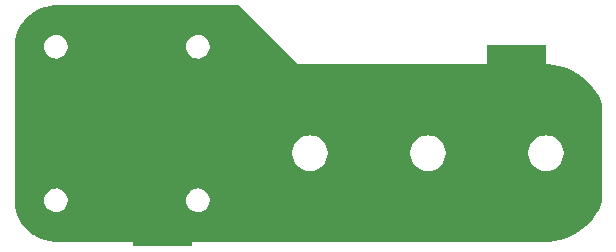
<source format=gbr>
%TF.GenerationSoftware,KiCad,Pcbnew,9.0.4*%
%TF.CreationDate,2025-09-03T20:12:05-03:00*%
%TF.ProjectId,Buildplate_v1.0,4275696c-6470-46c6-9174-655f76312e30,rev?*%
%TF.SameCoordinates,Original*%
%TF.FileFunction,Legend,Bot*%
%TF.FilePolarity,Positive*%
%FSLAX46Y46*%
G04 Gerber Fmt 4.6, Leading zero omitted, Abs format (unit mm)*
G04 Created by KiCad (PCBNEW 9.0.4) date 2025-09-03 20:12:05*
%MOMM*%
%LPD*%
G01*
G04 APERTURE LIST*
G04 APERTURE END LIST*
G36*
X-40996632Y82496632D02*
G01*
X-35999999Y77500000D01*
X-20000001Y77500000D01*
X-20000000Y77500001D01*
X-20000000Y79118500D01*
X-19996632Y79126632D01*
X-19988500Y79130000D01*
X-15011500Y79130000D01*
X-15003368Y79126632D01*
X-15000000Y79118500D01*
X-15000000Y77500000D01*
X-14999999Y77499999D01*
X-14782239Y77497624D01*
X-14781362Y77497581D01*
X-14347558Y77459628D01*
X-14346563Y77459497D01*
X-13917780Y77383892D01*
X-13916801Y77383675D01*
X-13496237Y77270985D01*
X-13495280Y77270683D01*
X-13086152Y77121773D01*
X-13085225Y77121390D01*
X-12690605Y76937376D01*
X-12689715Y76936912D01*
X-12312656Y76719216D01*
X-12311810Y76718677D01*
X-11955160Y76468948D01*
X-11954364Y76468338D01*
X-11620825Y76188466D01*
X-11620085Y76187788D01*
X-11312211Y75879914D01*
X-11311533Y75879174D01*
X-11031661Y75545635D01*
X-11031051Y75544839D01*
X-10781322Y75188189D01*
X-10780783Y75187343D01*
X-10563087Y74810284D01*
X-10562623Y74809394D01*
X-10378609Y74414774D01*
X-10378226Y74413847D01*
X-10280694Y74145877D01*
X-10280000Y74141944D01*
X-10280000Y65858054D01*
X-10280694Y65854121D01*
X-10378226Y65586152D01*
X-10378609Y65585225D01*
X-10562623Y65190605D01*
X-10563087Y65189715D01*
X-10780783Y64812656D01*
X-10781322Y64811810D01*
X-11031051Y64455160D01*
X-11031661Y64454364D01*
X-11311533Y64120825D01*
X-11312211Y64120085D01*
X-11620085Y63812211D01*
X-11620825Y63811533D01*
X-11954364Y63531661D01*
X-11955160Y63531051D01*
X-12311810Y63281322D01*
X-12312656Y63280783D01*
X-12689715Y63063087D01*
X-12690605Y63062623D01*
X-13085225Y62878609D01*
X-13086152Y62878226D01*
X-13495280Y62729316D01*
X-13496237Y62729014D01*
X-13916801Y62616324D01*
X-13917780Y62616107D01*
X-14346563Y62540502D01*
X-14347558Y62540371D01*
X-14781362Y62502418D01*
X-14782239Y62502375D01*
X-14999908Y62500001D01*
X-15000033Y62500000D01*
X-44999999Y62500000D01*
X-45000000Y62499999D01*
X-45000000Y62141500D01*
X-45003368Y62133368D01*
X-45011500Y62130000D01*
X-49988500Y62130000D01*
X-49996632Y62133368D01*
X-50000000Y62141500D01*
X-50000000Y62499999D01*
X-50000001Y62500000D01*
X-56499934Y62500000D01*
X-56500079Y62500001D01*
X-56682775Y62502309D01*
X-56683832Y62502371D01*
X-57047306Y62540573D01*
X-57048495Y62540761D01*
X-57405923Y62616735D01*
X-57407086Y62617047D01*
X-57754604Y62729962D01*
X-57755727Y62730393D01*
X-58089546Y62879019D01*
X-58090619Y62879566D01*
X-58407061Y63062264D01*
X-58408071Y63062919D01*
X-58703702Y63277707D01*
X-58704637Y63278465D01*
X-58976182Y63522966D01*
X-58977033Y63523817D01*
X-59221534Y63795362D01*
X-59222292Y63796297D01*
X-59437080Y64091928D01*
X-59437735Y64092938D01*
X-59620433Y64409380D01*
X-59620980Y64410453D01*
X-59769606Y64744272D01*
X-59770037Y64745395D01*
X-59882952Y65092913D01*
X-59883264Y65094076D01*
X-59959238Y65451504D01*
X-59959426Y65452693D01*
X-59997628Y65816167D01*
X-59997690Y65817224D01*
X-59999999Y65999920D01*
X-60000000Y66000000D01*
X-57502579Y66000000D01*
X-57502579Y65999999D01*
X-57482056Y65798185D01*
X-57421325Y65604625D01*
X-57322880Y65427260D01*
X-57190741Y65273337D01*
X-57030332Y65149171D01*
X-57030327Y65149168D01*
X-56848201Y65059830D01*
X-56848197Y65059828D01*
X-56651818Y65008983D01*
X-56651812Y65008982D01*
X-56449219Y64998707D01*
X-56449217Y64998707D01*
X-56248708Y65029425D01*
X-56248694Y65029429D01*
X-56058472Y65099878D01*
X-56058468Y65099880D01*
X-55886317Y65207183D01*
X-55739286Y65346946D01*
X-55623399Y65513446D01*
X-55623397Y65513450D01*
X-55543401Y65699862D01*
X-55502565Y65898574D01*
X-55500000Y65999987D01*
X-55500000Y66000000D01*
X-45502579Y66000000D01*
X-45502579Y65999999D01*
X-45482056Y65798185D01*
X-45421325Y65604625D01*
X-45322880Y65427260D01*
X-45190741Y65273337D01*
X-45030332Y65149171D01*
X-45030327Y65149168D01*
X-44848201Y65059830D01*
X-44848197Y65059828D01*
X-44651818Y65008983D01*
X-44651812Y65008982D01*
X-44449219Y64998707D01*
X-44449217Y64998707D01*
X-44248708Y65029425D01*
X-44248694Y65029429D01*
X-44058472Y65099878D01*
X-44058468Y65099880D01*
X-43886317Y65207183D01*
X-43739286Y65346946D01*
X-43623399Y65513446D01*
X-43623397Y65513450D01*
X-43543401Y65699862D01*
X-43502565Y65898574D01*
X-43500000Y65999987D01*
X-43500000Y66000012D01*
X-43502565Y66101425D01*
X-43543401Y66300137D01*
X-43623397Y66486549D01*
X-43623399Y66486553D01*
X-43739286Y66653053D01*
X-43886317Y66792816D01*
X-44058468Y66900119D01*
X-44058472Y66900121D01*
X-44248694Y66970570D01*
X-44248708Y66970574D01*
X-44449218Y67001292D01*
X-44651812Y66991017D01*
X-44651818Y66991016D01*
X-44848197Y66940171D01*
X-44848201Y66940169D01*
X-45030327Y66850831D01*
X-45030332Y66850828D01*
X-45190741Y66726662D01*
X-45322880Y66572739D01*
X-45421325Y66395374D01*
X-45482056Y66201814D01*
X-45502579Y66000000D01*
X-55500000Y66000000D01*
X-55500000Y66000012D01*
X-55502565Y66101425D01*
X-55543401Y66300137D01*
X-55623397Y66486549D01*
X-55623399Y66486553D01*
X-55739286Y66653053D01*
X-55886317Y66792816D01*
X-56058468Y66900119D01*
X-56058472Y66900121D01*
X-56248694Y66970570D01*
X-56248708Y66970574D01*
X-56449218Y67001292D01*
X-56651812Y66991017D01*
X-56651818Y66991016D01*
X-56848197Y66940171D01*
X-56848201Y66940169D01*
X-57030327Y66850831D01*
X-57030332Y66850828D01*
X-57190741Y66726662D01*
X-57322880Y66572739D01*
X-57421325Y66395374D01*
X-57482056Y66201814D01*
X-57502579Y66000000D01*
X-60000000Y66000000D01*
X-60000000Y66000065D01*
X-60000000Y70124079D01*
X-36497438Y70124079D01*
X-36497438Y69875920D01*
X-36456593Y69631150D01*
X-36456591Y69631140D01*
X-36376014Y69396426D01*
X-36376010Y69396418D01*
X-36257905Y69178176D01*
X-36257902Y69178173D01*
X-36105478Y68982338D01*
X-35922897Y68814260D01*
X-35715152Y68678532D01*
X-35715143Y68678528D01*
X-35487891Y68578845D01*
X-35487881Y68578842D01*
X-35247320Y68517924D01*
X-35000000Y68497430D01*
X-34752679Y68517924D01*
X-34512118Y68578842D01*
X-34512108Y68578845D01*
X-34284856Y68678528D01*
X-34284847Y68678532D01*
X-34077102Y68814260D01*
X-33894521Y68982338D01*
X-33742097Y69178173D01*
X-33742094Y69178176D01*
X-33623989Y69396418D01*
X-33623985Y69396426D01*
X-33543408Y69631140D01*
X-33543406Y69631150D01*
X-33502563Y69875910D01*
X-33502562Y69875916D01*
X-33500000Y70000000D01*
X-33502562Y70124079D01*
X-26497438Y70124079D01*
X-26497438Y69875920D01*
X-26456593Y69631150D01*
X-26456591Y69631140D01*
X-26376014Y69396426D01*
X-26376010Y69396418D01*
X-26257905Y69178176D01*
X-26257902Y69178173D01*
X-26105478Y68982338D01*
X-25922897Y68814260D01*
X-25715152Y68678532D01*
X-25715143Y68678528D01*
X-25487891Y68578845D01*
X-25487881Y68578842D01*
X-25247320Y68517924D01*
X-25000000Y68497430D01*
X-24752679Y68517924D01*
X-24512118Y68578842D01*
X-24512108Y68578845D01*
X-24284856Y68678528D01*
X-24284847Y68678532D01*
X-24077102Y68814260D01*
X-23894521Y68982338D01*
X-23742097Y69178173D01*
X-23742094Y69178176D01*
X-23623989Y69396418D01*
X-23623985Y69396426D01*
X-23543408Y69631140D01*
X-23543406Y69631150D01*
X-23502563Y69875910D01*
X-23502562Y69875916D01*
X-23500000Y70000000D01*
X-23502562Y70124079D01*
X-16497438Y70124079D01*
X-16497438Y69875920D01*
X-16456593Y69631150D01*
X-16456591Y69631140D01*
X-16376014Y69396426D01*
X-16376010Y69396418D01*
X-16257905Y69178176D01*
X-16257902Y69178173D01*
X-16105478Y68982338D01*
X-15922897Y68814260D01*
X-15715152Y68678532D01*
X-15715143Y68678528D01*
X-15487891Y68578845D01*
X-15487881Y68578842D01*
X-15247320Y68517924D01*
X-15000000Y68497430D01*
X-14752679Y68517924D01*
X-14512118Y68578842D01*
X-14512108Y68578845D01*
X-14284856Y68678528D01*
X-14284847Y68678532D01*
X-14077102Y68814260D01*
X-13894521Y68982338D01*
X-13742097Y69178173D01*
X-13742094Y69178176D01*
X-13623989Y69396418D01*
X-13623985Y69396426D01*
X-13543408Y69631140D01*
X-13543406Y69631150D01*
X-13502563Y69875910D01*
X-13502562Y69875916D01*
X-13500000Y70000000D01*
X-13502562Y70124083D01*
X-13502563Y70124089D01*
X-13543406Y70368849D01*
X-13543408Y70368859D01*
X-13623985Y70603573D01*
X-13623989Y70603581D01*
X-13742094Y70821823D01*
X-13742097Y70821826D01*
X-13894521Y71017661D01*
X-14077102Y71185739D01*
X-14284847Y71321467D01*
X-14284856Y71321471D01*
X-14512108Y71421154D01*
X-14512118Y71421157D01*
X-14752679Y71482075D01*
X-15000000Y71502570D01*
X-15247320Y71482075D01*
X-15487881Y71421157D01*
X-15487891Y71421154D01*
X-15715143Y71321471D01*
X-15715152Y71321467D01*
X-15922897Y71185739D01*
X-16105478Y71017661D01*
X-16257902Y70821826D01*
X-16257905Y70821823D01*
X-16376010Y70603581D01*
X-16376014Y70603573D01*
X-16456591Y70368859D01*
X-16456593Y70368849D01*
X-16497438Y70124079D01*
X-23502562Y70124079D01*
X-23502562Y70124083D01*
X-23502563Y70124089D01*
X-23543406Y70368849D01*
X-23543408Y70368859D01*
X-23623985Y70603573D01*
X-23623989Y70603581D01*
X-23742094Y70821823D01*
X-23742097Y70821826D01*
X-23894521Y71017661D01*
X-24077102Y71185739D01*
X-24284847Y71321467D01*
X-24284856Y71321471D01*
X-24512108Y71421154D01*
X-24512118Y71421157D01*
X-24752679Y71482075D01*
X-25000000Y71502570D01*
X-25247320Y71482075D01*
X-25487881Y71421157D01*
X-25487891Y71421154D01*
X-25715143Y71321471D01*
X-25715152Y71321467D01*
X-25922897Y71185739D01*
X-26105478Y71017661D01*
X-26257902Y70821826D01*
X-26257905Y70821823D01*
X-26376010Y70603581D01*
X-26376014Y70603573D01*
X-26456591Y70368859D01*
X-26456593Y70368849D01*
X-26497438Y70124079D01*
X-33502562Y70124079D01*
X-33502562Y70124083D01*
X-33502563Y70124089D01*
X-33543406Y70368849D01*
X-33543408Y70368859D01*
X-33623985Y70603573D01*
X-33623989Y70603581D01*
X-33742094Y70821823D01*
X-33742097Y70821826D01*
X-33894521Y71017661D01*
X-34077102Y71185739D01*
X-34284847Y71321467D01*
X-34284856Y71321471D01*
X-34512108Y71421154D01*
X-34512118Y71421157D01*
X-34752679Y71482075D01*
X-35000000Y71502570D01*
X-35247320Y71482075D01*
X-35487881Y71421157D01*
X-35487891Y71421154D01*
X-35715143Y71321471D01*
X-35715152Y71321467D01*
X-35922897Y71185739D01*
X-36105478Y71017661D01*
X-36257902Y70821826D01*
X-36257905Y70821823D01*
X-36376010Y70603581D01*
X-36376014Y70603573D01*
X-36456591Y70368859D01*
X-36456593Y70368849D01*
X-36497438Y70124079D01*
X-60000000Y70124079D01*
X-60000000Y78999934D01*
X-60000000Y79000000D01*
X-57502579Y79000000D01*
X-57502579Y78999999D01*
X-57482056Y78798185D01*
X-57421325Y78604625D01*
X-57322880Y78427260D01*
X-57190741Y78273337D01*
X-57030332Y78149171D01*
X-57030327Y78149168D01*
X-56848201Y78059830D01*
X-56848197Y78059828D01*
X-56651818Y78008983D01*
X-56651812Y78008982D01*
X-56449219Y77998707D01*
X-56449217Y77998707D01*
X-56248708Y78029425D01*
X-56248694Y78029429D01*
X-56058472Y78099878D01*
X-56058468Y78099880D01*
X-55886317Y78207183D01*
X-55739286Y78346946D01*
X-55623399Y78513446D01*
X-55623397Y78513450D01*
X-55543401Y78699862D01*
X-55502565Y78898574D01*
X-55500000Y78999987D01*
X-55500000Y79000000D01*
X-45502579Y79000000D01*
X-45502579Y78999999D01*
X-45482056Y78798185D01*
X-45421325Y78604625D01*
X-45322880Y78427260D01*
X-45190741Y78273337D01*
X-45030332Y78149171D01*
X-45030327Y78149168D01*
X-44848201Y78059830D01*
X-44848197Y78059828D01*
X-44651818Y78008983D01*
X-44651812Y78008982D01*
X-44449219Y77998707D01*
X-44449217Y77998707D01*
X-44248708Y78029425D01*
X-44248694Y78029429D01*
X-44058472Y78099878D01*
X-44058468Y78099880D01*
X-43886317Y78207183D01*
X-43739286Y78346946D01*
X-43623399Y78513446D01*
X-43623397Y78513450D01*
X-43543401Y78699862D01*
X-43502565Y78898574D01*
X-43500000Y78999987D01*
X-43500000Y79000012D01*
X-43502565Y79101425D01*
X-43543401Y79300137D01*
X-43623397Y79486549D01*
X-43623399Y79486553D01*
X-43739286Y79653053D01*
X-43886317Y79792816D01*
X-44058468Y79900119D01*
X-44058472Y79900121D01*
X-44248694Y79970570D01*
X-44248708Y79970574D01*
X-44449218Y80001292D01*
X-44651812Y79991017D01*
X-44651818Y79991016D01*
X-44848197Y79940171D01*
X-44848201Y79940169D01*
X-45030327Y79850831D01*
X-45030332Y79850828D01*
X-45190741Y79726662D01*
X-45322880Y79572739D01*
X-45421325Y79395374D01*
X-45482056Y79201814D01*
X-45502579Y79000000D01*
X-55500000Y79000000D01*
X-55500000Y79000012D01*
X-55502565Y79101425D01*
X-55543401Y79300137D01*
X-55623397Y79486549D01*
X-55623399Y79486553D01*
X-55739286Y79653053D01*
X-55886317Y79792816D01*
X-56058468Y79900119D01*
X-56058472Y79900121D01*
X-56248694Y79970570D01*
X-56248708Y79970574D01*
X-56449218Y80001292D01*
X-56651812Y79991017D01*
X-56651818Y79991016D01*
X-56848197Y79940171D01*
X-56848201Y79940169D01*
X-57030327Y79850831D01*
X-57030332Y79850828D01*
X-57190741Y79726662D01*
X-57322880Y79572739D01*
X-57421325Y79395374D01*
X-57482056Y79201814D01*
X-57502579Y79000000D01*
X-60000000Y79000000D01*
X-59999999Y79000079D01*
X-59997690Y79182775D01*
X-59997628Y79183832D01*
X-59959426Y79547306D01*
X-59959238Y79548495D01*
X-59883264Y79905923D01*
X-59882952Y79907086D01*
X-59770037Y80254604D01*
X-59769606Y80255727D01*
X-59620980Y80589546D01*
X-59620433Y80590619D01*
X-59437735Y80907061D01*
X-59437080Y80908071D01*
X-59222292Y81203702D01*
X-59221534Y81204637D01*
X-58977033Y81476182D01*
X-58976182Y81477033D01*
X-58704637Y81721534D01*
X-58703702Y81722292D01*
X-58408071Y81937080D01*
X-58407061Y81937735D01*
X-58090619Y82120433D01*
X-58089546Y82120980D01*
X-57755727Y82269606D01*
X-57754604Y82270037D01*
X-57407086Y82382952D01*
X-57405923Y82383264D01*
X-57048495Y82459238D01*
X-57047306Y82459426D01*
X-56683832Y82497628D01*
X-56682775Y82497690D01*
X-56500079Y82499999D01*
X-56499934Y82500000D01*
X-41004764Y82500000D01*
X-40996632Y82496632D01*
G37*
M02*

</source>
